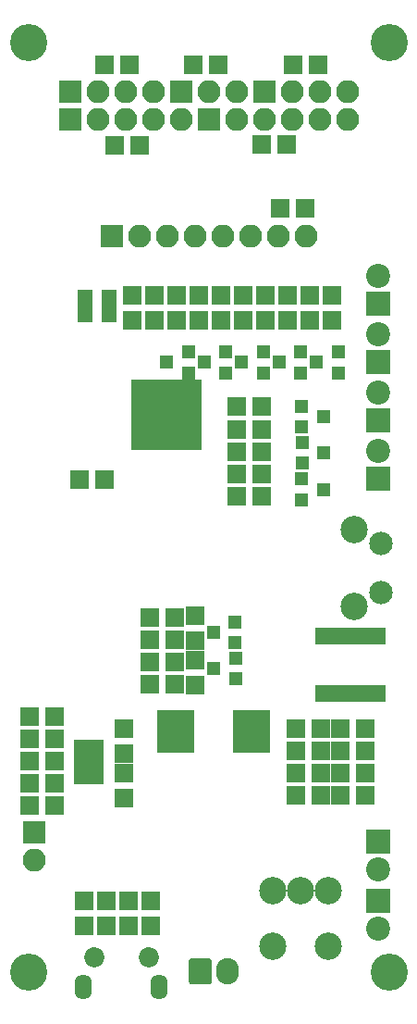
<source format=gbr>
G04 #@! TF.GenerationSoftware,KiCad,Pcbnew,(5.1.4)-1*
G04 #@! TF.CreationDate,2020-12-02T10:45:32+01:00*
G04 #@! TF.ProjectId,ESP32 - LP IoT,45535033-3220-42d2-904c-5020496f542e,rev?*
G04 #@! TF.SameCoordinates,Original*
G04 #@! TF.FileFunction,Soldermask,Bot*
G04 #@! TF.FilePolarity,Negative*
%FSLAX46Y46*%
G04 Gerber Fmt 4.6, Leading zero omitted, Abs format (unit mm)*
G04 Created by KiCad (PCBNEW (5.1.4)-1) date 2020-12-02 10:45:32*
%MOMM*%
%LPD*%
G04 APERTURE LIST*
%ADD10R,1.797000X1.670000*%
%ADD11R,2.100000X2.100000*%
%ADD12O,2.100000X2.100000*%
%ADD13R,0.800000X1.600000*%
%ADD14R,1.670000X1.797000*%
%ADD15R,1.300000X1.200000*%
%ADD16R,1.460000X1.050000*%
%ADD17C,1.850000*%
%ADD18O,1.600000X2.300000*%
%ADD19C,2.500000*%
%ADD20C,1.009600*%
%ADD21R,0.650000X1.250000*%
%ADD22R,2.780000X2.050000*%
%ADD23C,0.100000*%
%ADD24C,2.100000*%
%ADD25O,2.100000X2.400000*%
%ADD26C,2.150000*%
%ADD27R,2.200000X2.200000*%
%ADD28C,2.200000*%
%ADD29O,1.670000X1.670000*%
%ADD30R,6.400000X6.400000*%
%ADD31R,3.400000X3.900000*%
%ADD32C,3.400000*%
G04 APERTURE END LIST*
D10*
X62115700Y-47561500D03*
X62115700Y-49847500D03*
D11*
X50292000Y-28956000D03*
D12*
X52832000Y-28956000D03*
X55372000Y-28956000D03*
X57912000Y-28956000D03*
D13*
X73139300Y-83981600D03*
X73774300Y-83981600D03*
X74409300Y-83981600D03*
X75044300Y-83981600D03*
X75679300Y-83981600D03*
X76314300Y-83981600D03*
X76949300Y-83981600D03*
X77584300Y-83981600D03*
X78219300Y-83981600D03*
X78854300Y-83981600D03*
X78854300Y-78781600D03*
X78219300Y-78781600D03*
X77584300Y-78781600D03*
X76949300Y-78781600D03*
X76314300Y-78781600D03*
X75679300Y-78781600D03*
X75044300Y-78781600D03*
X74409300Y-78781600D03*
X73774300Y-78781600D03*
X73139300Y-78781600D03*
D14*
X51130200Y-64414400D03*
X53416200Y-64414400D03*
D10*
X57658000Y-102997000D03*
X57658000Y-105283000D03*
X51562000Y-102997000D03*
X51562000Y-105283000D03*
X55956200Y-49860200D03*
X55956200Y-47574200D03*
D14*
X77368400Y-87223600D03*
X75082400Y-87223600D03*
X59855100Y-77025500D03*
X57569100Y-77025500D03*
X73304400Y-87223600D03*
X71018400Y-87223600D03*
X57569100Y-83121500D03*
X59855100Y-83121500D03*
D12*
X75692000Y-28956000D03*
X73152000Y-28956000D03*
X70612000Y-28956000D03*
D11*
X68072000Y-28956000D03*
D12*
X75692000Y-31496000D03*
X73152000Y-31496000D03*
X70612000Y-31496000D03*
X68072000Y-31496000D03*
X65532000Y-31496000D03*
D11*
X62992000Y-31496000D03*
X60452000Y-28956000D03*
D12*
X62992000Y-28956000D03*
X65532000Y-28956000D03*
D15*
X69434200Y-53721000D03*
X71434200Y-54671000D03*
X71434200Y-52771000D03*
X64576200Y-52771000D03*
X64576200Y-54671000D03*
X62576200Y-53721000D03*
X66005200Y-53721000D03*
X68005200Y-54671000D03*
X68005200Y-52771000D03*
X61147200Y-52771000D03*
X61147200Y-54671000D03*
X59147200Y-53721000D03*
X74863200Y-52771000D03*
X74863200Y-54671000D03*
X72863200Y-53721000D03*
X71517000Y-66278800D03*
X71517000Y-64378800D03*
X73517000Y-65328800D03*
X65427100Y-77459800D03*
X65427100Y-79359800D03*
X63427100Y-78409800D03*
X73551800Y-61991200D03*
X71551800Y-61041200D03*
X71551800Y-62941200D03*
X63443100Y-81709300D03*
X65443100Y-82659300D03*
X65443100Y-80759300D03*
D10*
X55626000Y-105283000D03*
X55626000Y-102997000D03*
X53594000Y-105283000D03*
X53594000Y-102997000D03*
X60083700Y-49847500D03*
X60083700Y-47561500D03*
X74307700Y-47561500D03*
X74307700Y-49847500D03*
X64147700Y-47561500D03*
X64147700Y-49847500D03*
X68211700Y-49847500D03*
X68211700Y-47561500D03*
X58013600Y-47574200D03*
X58013600Y-49860200D03*
D14*
X59855100Y-79057500D03*
X57569100Y-79057500D03*
X65582800Y-65963800D03*
X67868800Y-65963800D03*
X65582800Y-59867800D03*
X67868800Y-59867800D03*
X65557400Y-57785000D03*
X67843400Y-57785000D03*
D10*
X61772800Y-80975200D03*
X61772800Y-83261200D03*
D14*
X65582800Y-61899800D03*
X67868800Y-61899800D03*
X65582800Y-63931800D03*
X67868800Y-63931800D03*
X71018400Y-93319600D03*
X73304400Y-93319600D03*
D10*
X61760100Y-76898500D03*
X61760100Y-79184500D03*
D14*
X57569100Y-81089500D03*
X59855100Y-81089500D03*
X71018400Y-91287600D03*
X73304400Y-91287600D03*
X75082400Y-91287600D03*
X77368400Y-91287600D03*
X77368400Y-93319600D03*
X75082400Y-93319600D03*
D16*
X51681200Y-48564800D03*
X51681200Y-47614800D03*
X51681200Y-49514800D03*
X53881200Y-49514800D03*
X53881200Y-48564800D03*
X53881200Y-47614800D03*
D17*
X52491000Y-108138500D03*
X57491000Y-108138500D03*
D18*
X51491000Y-110838500D03*
X58491000Y-110838500D03*
D14*
X48895000Y-94234000D03*
X46609000Y-94234000D03*
X48895000Y-86106000D03*
X46609000Y-86106000D03*
X46609000Y-92202000D03*
X48895000Y-92202000D03*
X48895000Y-88138000D03*
X46609000Y-88138000D03*
X46609000Y-90144600D03*
X48895000Y-90144600D03*
D19*
X73914000Y-107124500D03*
X68834000Y-107124500D03*
X73914000Y-102044500D03*
X71374000Y-102044500D03*
X68834000Y-102044500D03*
D11*
X47040800Y-96723200D03*
D12*
X47040800Y-99263200D03*
D20*
X51244500Y-89852500D03*
X51244500Y-90614500D03*
X52768500Y-89852500D03*
X52768500Y-90614500D03*
X52006500Y-89852500D03*
X52006500Y-90614500D03*
D21*
X53006500Y-88783500D03*
X52506500Y-88783500D03*
X52006500Y-88783500D03*
X51506500Y-88783500D03*
X51006500Y-88783500D03*
X51006500Y-91683500D03*
X51506500Y-91683500D03*
X52006500Y-91683500D03*
X52506500Y-91683500D03*
X53006500Y-91683500D03*
D22*
X52006500Y-90233500D03*
D14*
X73025000Y-26543000D03*
X70739000Y-26543000D03*
X55753000Y-26543000D03*
X53467000Y-26543000D03*
X69532500Y-39624000D03*
X71818500Y-39624000D03*
X70104000Y-33782000D03*
X67818000Y-33782000D03*
X61595000Y-26543000D03*
X63881000Y-26543000D03*
D10*
X66179700Y-49847500D03*
X66179700Y-47561500D03*
X72275700Y-47561500D03*
X72275700Y-49847500D03*
X70243700Y-49847500D03*
X70243700Y-47561500D03*
X55245000Y-91249500D03*
X55245000Y-93535500D03*
X55245000Y-87185500D03*
X55245000Y-89471500D03*
D14*
X77368400Y-89255600D03*
X75082400Y-89255600D03*
X71018400Y-89255600D03*
X73304400Y-89255600D03*
D15*
X71517000Y-59624000D03*
X71517000Y-57724000D03*
X73517000Y-58674000D03*
D23*
G36*
X63001447Y-108211987D02*
G01*
X63031425Y-108216434D01*
X63060824Y-108223798D01*
X63089358Y-108234008D01*
X63116755Y-108246965D01*
X63142750Y-108262546D01*
X63167092Y-108280600D01*
X63189548Y-108300952D01*
X63209900Y-108323408D01*
X63227954Y-108347750D01*
X63243535Y-108373745D01*
X63256492Y-108401142D01*
X63266702Y-108429676D01*
X63274066Y-108459075D01*
X63278513Y-108489053D01*
X63280000Y-108519323D01*
X63280000Y-110301677D01*
X63278513Y-110331947D01*
X63274066Y-110361925D01*
X63266702Y-110391324D01*
X63256492Y-110419858D01*
X63243535Y-110447255D01*
X63227954Y-110473250D01*
X63209900Y-110497592D01*
X63189548Y-110520048D01*
X63167092Y-110540400D01*
X63142750Y-110558454D01*
X63116755Y-110574035D01*
X63089358Y-110586992D01*
X63060824Y-110597202D01*
X63031425Y-110604566D01*
X63001447Y-110609013D01*
X62971177Y-110610500D01*
X61488823Y-110610500D01*
X61458553Y-110609013D01*
X61428575Y-110604566D01*
X61399176Y-110597202D01*
X61370642Y-110586992D01*
X61343245Y-110574035D01*
X61317250Y-110558454D01*
X61292908Y-110540400D01*
X61270452Y-110520048D01*
X61250100Y-110497592D01*
X61232046Y-110473250D01*
X61216465Y-110447255D01*
X61203508Y-110419858D01*
X61193298Y-110391324D01*
X61185934Y-110361925D01*
X61181487Y-110331947D01*
X61180000Y-110301677D01*
X61180000Y-108519323D01*
X61181487Y-108489053D01*
X61185934Y-108459075D01*
X61193298Y-108429676D01*
X61203508Y-108401142D01*
X61216465Y-108373745D01*
X61232046Y-108347750D01*
X61250100Y-108323408D01*
X61270452Y-108300952D01*
X61292908Y-108280600D01*
X61317250Y-108262546D01*
X61343245Y-108246965D01*
X61370642Y-108234008D01*
X61399176Y-108223798D01*
X61428575Y-108216434D01*
X61458553Y-108211987D01*
X61488823Y-108210500D01*
X62971177Y-108210500D01*
X63001447Y-108211987D01*
X63001447Y-108211987D01*
G37*
D24*
X62230000Y-109410500D03*
D25*
X64730000Y-109410500D03*
D19*
X76300800Y-76016400D03*
D26*
X78790800Y-74756400D03*
X78790800Y-70256400D03*
D19*
X76300800Y-69006400D03*
D27*
X78486000Y-97561400D03*
D28*
X78486000Y-100101400D03*
X78486000Y-105498900D03*
D27*
X78486000Y-102958900D03*
D28*
X78486000Y-61785500D03*
D27*
X78486000Y-64325500D03*
X78486000Y-58991500D03*
D28*
X78486000Y-56451500D03*
D27*
X78486000Y-53657500D03*
D28*
X78486000Y-51117500D03*
X78486000Y-45847000D03*
D27*
X78486000Y-48387000D03*
D11*
X54152800Y-42189400D03*
D12*
X56692800Y-42189400D03*
X59232800Y-42189400D03*
X61772800Y-42189400D03*
X64312800Y-42189400D03*
X66852800Y-42189400D03*
X69392800Y-42189400D03*
X71932800Y-42189400D03*
D11*
X50292000Y-31496000D03*
D12*
X52832000Y-31496000D03*
X55372000Y-31496000D03*
X57912000Y-31496000D03*
X60452000Y-31496000D03*
D14*
X56642000Y-33909000D03*
X54356000Y-33909000D03*
D29*
X59165200Y-58242200D03*
X57260200Y-60147200D03*
X57260200Y-56972200D03*
X61070200Y-56972200D03*
X61070200Y-60147200D03*
D30*
X59165200Y-58542200D03*
D31*
X59944000Y-87477600D03*
X66944000Y-87477600D03*
D32*
X79500000Y-109500000D03*
X46500000Y-109500000D03*
X79500000Y-24500000D03*
X46500000Y-24500000D03*
M02*

</source>
